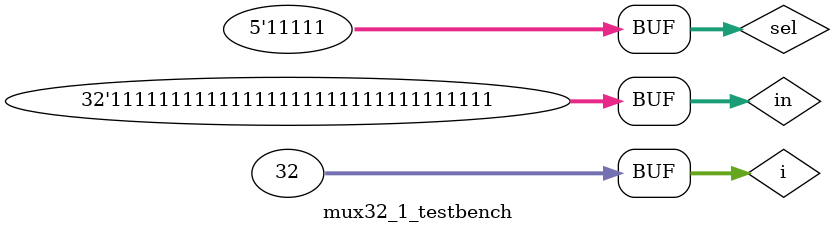
<source format=sv>
`timescale 1ns/10ps
module mux32_1(out, in, sel);
 output logic out;
 input logic [31:0] in;
 input logic [4:0] sel;

 logic v0, v1;
  
  mux16_1 m8(.out(v0), .in(in[15:0]), .sel(sel[3:0]));
  mux16_1 m7(.out(v1), .in(in[31:16]), .sel(sel[3:0]));
  mux2_1 m6 (.out, .in({v1, v0}), .sel(sel[4]));

endmodule

module mux32_1_testbench();
 logic [31:0] in;
 logic [4:0] sel;
 logic out;

 mux32_1 dut (.out, .in, .sel);
 
 integer i;
 initial begin
	 for (i = 0; i < 32; i++) begin
		sel = i;
		in[i] = 0; #10;
		in[i] = 1; #10;
	end

 end
endmodule

</source>
